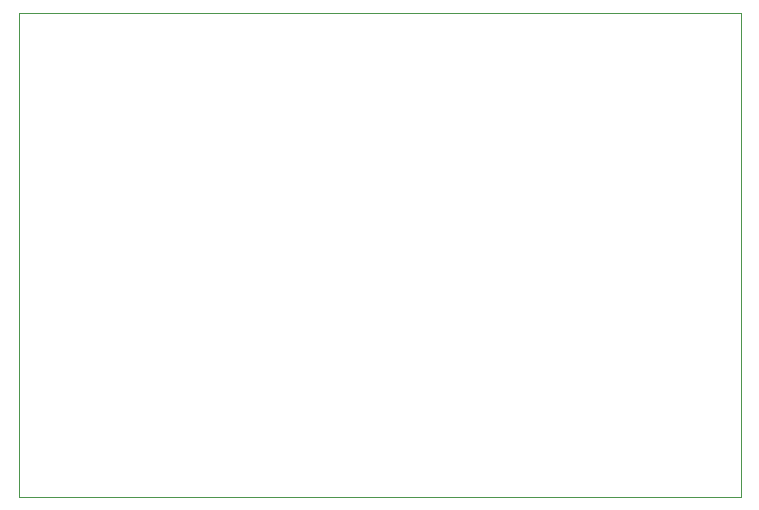
<source format=gbr>
%TF.GenerationSoftware,KiCad,Pcbnew,(6.0.6)*%
%TF.CreationDate,2022-09-05T11:07:09-07:00*%
%TF.ProjectId,Nour-Core,4e6f7572-2d43-46f7-9265-2e6b69636164,rev?*%
%TF.SameCoordinates,Original*%
%TF.FileFunction,Profile,NP*%
%FSLAX46Y46*%
G04 Gerber Fmt 4.6, Leading zero omitted, Abs format (unit mm)*
G04 Created by KiCad (PCBNEW (6.0.6)) date 2022-09-05 11:07:09*
%MOMM*%
%LPD*%
G01*
G04 APERTURE LIST*
%TA.AperFunction,Profile*%
%ADD10C,0.100000*%
%TD*%
G04 APERTURE END LIST*
D10*
X141150000Y-125000000D02*
X80000000Y-125000000D01*
X80000000Y-125000000D02*
X80000000Y-166000000D01*
X80000000Y-166000000D02*
X141150000Y-166000000D01*
X141150000Y-166000000D02*
X141150000Y-125000000D01*
M02*

</source>
